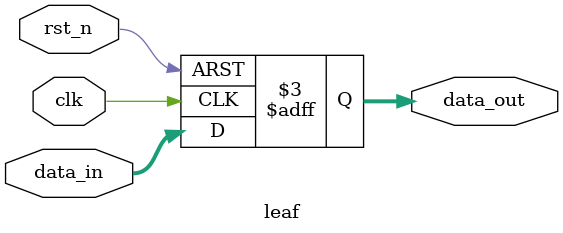
<source format=sv>

module leaf (
  input logic clk,
  input logic rst_n,
  input logic [7:0] data_in,
  output logic [7:0] data_out
);
  
  always_ff @(posedge clk or negedge rst_n) begin
    if (!rst_n) begin
      data_out <= 8'h00;
    end else begin
      data_out <= data_in;
    end
  end
  
endmodule


</source>
